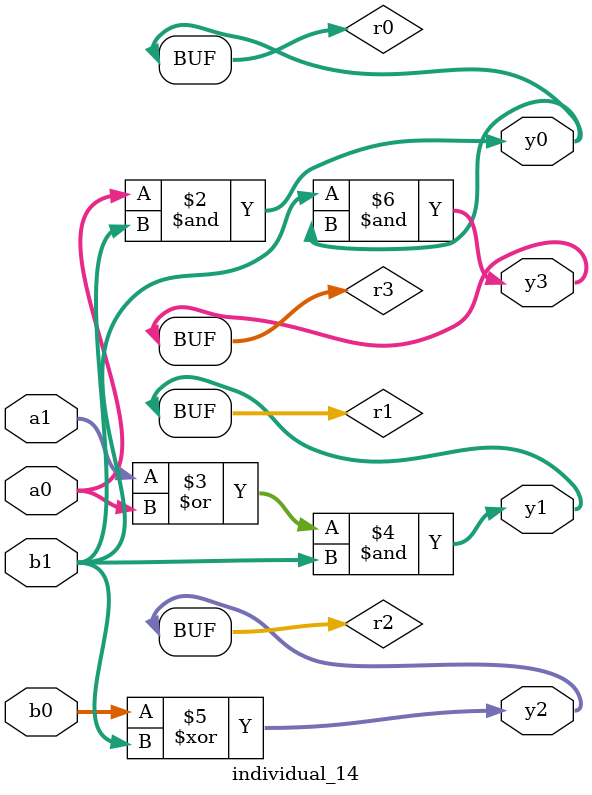
<source format=sv>
module individual_14(input logic [15:0] a1, input logic [15:0] a0, input logic [15:0] b1, input logic [15:0] b0, output logic [15:0] y3, output logic [15:0] y2, output logic [15:0] y1, output logic [15:0] y0);
logic [15:0] r0, r1, r2, r3; 
 always@(*) begin 
	 r0 = a0; r1 = a1; r2 = b0; r3 = b1; 
 	 r0  &=  b1 ;
 	 r1  |=  a0 ;
 	 r1  &=  b1 ;
 	 r2  ^=  r3 ;
 	 r3  &=  r0 ;
 	 y3 = r3; y2 = r2; y1 = r1; y0 = r0; 
end
endmodule
</source>
